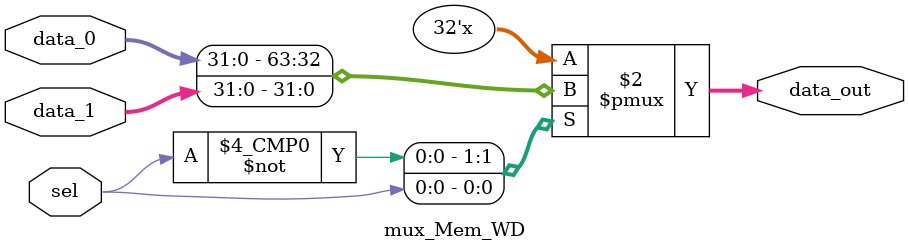
<source format=v>
module mux_Mem_WD (
    input wire          sel,
    input wire  [31:0] data_0,
    input wire  [31:0] data_1,
    output reg [31:0] data_out
);
    always @(sel) begin
        case (sel)
            1'd0: data_out = data_0;
            1'd1: data_out = data_1;
        endcase 
    end 

endmodule
</source>
